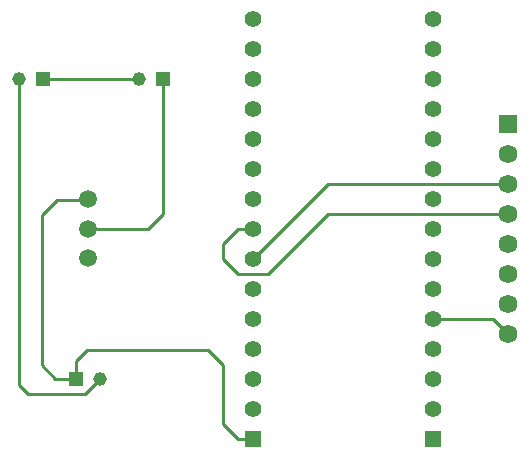
<source format=gtl>
G04*
G04 #@! TF.GenerationSoftware,Altium Limited,Altium Designer,24.1.2 (44)*
G04*
G04 Layer_Physical_Order=1*
G04 Layer_Color=255*
%FSLAX44Y44*%
%MOMM*%
G71*
G04*
G04 #@! TF.SameCoordinates,872ADF1F-A1A4-4C69-8787-97477F022A4F*
G04*
G04*
G04 #@! TF.FilePolarity,Positive*
G04*
G01*
G75*
%ADD14C,0.2540*%
%ADD21R,1.5900X1.5900*%
%ADD22C,1.5900*%
%ADD23C,1.5080*%
%ADD24R,1.3900X1.3900*%
%ADD25C,1.3900*%
%ADD26C,1.1500*%
%ADD27R,1.1500X1.1500*%
D14*
X292100Y165100D02*
X317500D01*
X368300Y241300D02*
X520700D01*
X317500Y165100D02*
X368300Y215900D01*
X520700D01*
X215500Y202800D02*
X228600Y215900D01*
X138900Y227800D02*
X165100D01*
X228600Y215900D02*
Y330200D01*
X165100Y202800D02*
X215500D01*
X127000Y330200D02*
X208530D01*
X155065Y91565D02*
X163830Y100330D01*
X155065Y76200D02*
Y91565D01*
X292100Y203200D02*
X304800D01*
X279400Y190500D02*
X292100Y203200D01*
X279400Y177800D02*
Y190500D01*
X266700Y100330D02*
X279400Y87630D01*
Y177800D02*
X292100Y165100D01*
X163830Y100330D02*
X266700D01*
X279400Y38100D02*
Y87630D01*
Y38100D02*
X292100Y25400D01*
X304800D01*
X457200Y127000D02*
X508000D01*
X520700Y114300D01*
X304800Y177800D02*
X368300Y241300D01*
X114300Y63500D02*
X162435D01*
X125730Y214630D02*
X138900Y227800D01*
X162435Y63500D02*
X175135Y76200D01*
X106930Y70870D02*
X114300Y63500D01*
X125730Y87630D02*
Y214630D01*
X137160Y76200D02*
X155065D01*
X106930Y70870D02*
Y330200D01*
X125730Y87630D02*
X137160Y76200D01*
D21*
X520700Y292100D02*
D03*
D22*
Y266700D02*
D03*
Y241300D02*
D03*
Y215900D02*
D03*
Y190500D02*
D03*
Y165100D02*
D03*
Y139700D02*
D03*
Y114300D02*
D03*
D23*
X165100Y178200D02*
D03*
Y228200D02*
D03*
Y203200D02*
D03*
D24*
X304800Y25400D02*
D03*
X457200D02*
D03*
D25*
X304800Y50800D02*
D03*
Y76200D02*
D03*
Y101600D02*
D03*
Y127000D02*
D03*
Y152400D02*
D03*
Y177800D02*
D03*
Y203200D02*
D03*
Y228600D02*
D03*
Y254000D02*
D03*
Y279400D02*
D03*
Y304800D02*
D03*
Y330200D02*
D03*
Y355600D02*
D03*
Y381000D02*
D03*
X457200D02*
D03*
Y355600D02*
D03*
Y330200D02*
D03*
Y304800D02*
D03*
Y279400D02*
D03*
Y254000D02*
D03*
Y228600D02*
D03*
Y203200D02*
D03*
Y177800D02*
D03*
Y152400D02*
D03*
Y127000D02*
D03*
Y101600D02*
D03*
Y76200D02*
D03*
Y50800D02*
D03*
D26*
X175135Y76200D02*
D03*
X106930Y330200D02*
D03*
X208530D02*
D03*
D27*
X155065Y76200D02*
D03*
X127000Y330200D02*
D03*
X228600D02*
D03*
M02*

</source>
